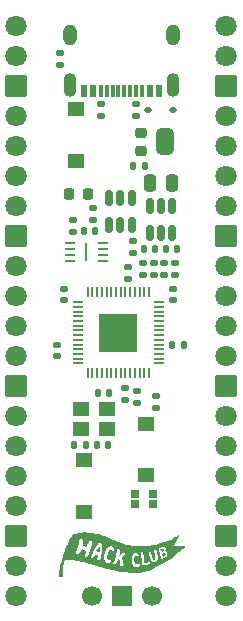
<source format=gbr>
%TF.GenerationSoftware,KiCad,Pcbnew,9.0.0*%
%TF.CreationDate,2025-03-27T00:22:41-04:00*%
%TF.ProjectId,orphkicad,6f727068-6b69-4636-9164-2e6b69636164,rev?*%
%TF.SameCoordinates,Original*%
%TF.FileFunction,Soldermask,Top*%
%TF.FilePolarity,Negative*%
%FSLAX46Y46*%
G04 Gerber Fmt 4.6, Leading zero omitted, Abs format (unit mm)*
G04 Created by KiCad (PCBNEW 9.0.0) date 2025-03-27 00:22:41*
%MOMM*%
%LPD*%
G01*
G04 APERTURE LIST*
G04 Aperture macros list*
%AMRoundRect*
0 Rectangle with rounded corners*
0 $1 Rounding radius*
0 $2 $3 $4 $5 $6 $7 $8 $9 X,Y pos of 4 corners*
0 Add a 4 corners polygon primitive as box body*
4,1,4,$2,$3,$4,$5,$6,$7,$8,$9,$2,$3,0*
0 Add four circle primitives for the rounded corners*
1,1,$1+$1,$2,$3*
1,1,$1+$1,$4,$5*
1,1,$1+$1,$6,$7*
1,1,$1+$1,$8,$9*
0 Add four rect primitives between the rounded corners*
20,1,$1+$1,$2,$3,$4,$5,0*
20,1,$1+$1,$4,$5,$6,$7,0*
20,1,$1+$1,$6,$7,$8,$9,0*
20,1,$1+$1,$8,$9,$2,$3,0*%
%AMFreePoly0*
4,1,23,0.500000,-0.750000,0.000000,-0.750000,0.000000,-0.745722,-0.065263,-0.745722,-0.191342,-0.711940,-0.304381,-0.646677,-0.396677,-0.554381,-0.461940,-0.441342,-0.495722,-0.315263,-0.495722,-0.250000,-0.500000,-0.250000,-0.500000,0.250000,-0.495722,0.250000,-0.495722,0.315263,-0.461940,0.441342,-0.396677,0.554381,-0.304381,0.646677,-0.191342,0.711940,-0.065263,0.745722,0.000000,0.745722,
0.000000,0.750000,0.500000,0.750000,0.500000,-0.750000,0.500000,-0.750000,$1*%
%AMFreePoly1*
4,1,23,0.000000,0.745722,0.065263,0.745722,0.191342,0.711940,0.304381,0.646677,0.396677,0.554381,0.461940,0.441342,0.495722,0.315263,0.495722,0.250000,0.500000,0.250000,0.500000,-0.250000,0.495722,-0.250000,0.495722,-0.315263,0.461940,-0.441342,0.396677,-0.554381,0.304381,-0.646677,0.191342,-0.711940,0.065263,-0.745722,0.000000,-0.745722,0.000000,-0.750000,-0.500000,-0.750000,
-0.500000,0.750000,0.000000,0.750000,0.000000,0.745722,0.000000,0.745722,$1*%
G04 Aperture macros list end*
%ADD10C,0.000000*%
%ADD11RoundRect,0.112500X0.187500X0.112500X-0.187500X0.112500X-0.187500X-0.112500X0.187500X-0.112500X0*%
%ADD12RoundRect,0.140000X-0.140000X-0.170000X0.140000X-0.170000X0.140000X0.170000X-0.140000X0.170000X0*%
%ADD13RoundRect,0.140000X0.170000X-0.140000X0.170000X0.140000X-0.170000X0.140000X-0.170000X-0.140000X0*%
%ADD14R,1.360000X1.230000*%
%ADD15RoundRect,0.140000X0.140000X0.170000X-0.140000X0.170000X-0.140000X-0.170000X0.140000X-0.170000X0*%
%ADD16FreePoly0,90.000000*%
%ADD17FreePoly1,90.000000*%
%ADD18RoundRect,0.150000X0.150000X-0.512500X0.150000X0.512500X-0.150000X0.512500X-0.150000X-0.512500X0*%
%ADD19C,1.700000*%
%ADD20R,1.700000X1.700000*%
%ADD21RoundRect,0.135000X0.185000X-0.135000X0.185000X0.135000X-0.185000X0.135000X-0.185000X-0.135000X0*%
%ADD22RoundRect,0.135000X-0.185000X0.135000X-0.185000X-0.135000X0.185000X-0.135000X0.185000X0.135000X0*%
%ADD23R,0.550000X1.100000*%
%ADD24R,0.300000X1.100000*%
%ADD25O,1.100000X2.000000*%
%ADD26O,1.200000X1.800000*%
%ADD27RoundRect,0.135000X-0.135000X-0.185000X0.135000X-0.185000X0.135000X0.185000X-0.135000X0.185000X0*%
%ADD28RoundRect,0.218750X-0.218750X-0.256250X0.218750X-0.256250X0.218750X0.256250X-0.218750X0.256250X0*%
%ADD29C,1.804000*%
%ADD30RoundRect,0.102000X-0.800000X-0.800000X0.800000X-0.800000X0.800000X0.800000X-0.800000X0.800000X0*%
%ADD31RoundRect,0.250000X0.250000X0.475000X-0.250000X0.475000X-0.250000X-0.475000X0.250000X-0.475000X0*%
%ADD32R,0.800000X0.650000*%
%ADD33RoundRect,0.150000X-0.150000X0.512500X-0.150000X-0.512500X0.150000X-0.512500X0.150000X0.512500X0*%
%ADD34RoundRect,0.218750X-0.256250X0.218750X-0.256250X-0.218750X0.256250X-0.218750X0.256250X0.218750X0*%
%ADD35RoundRect,0.062500X-0.387500X-0.062500X0.387500X-0.062500X0.387500X0.062500X-0.387500X0.062500X0*%
%ADD36R,0.200000X1.600000*%
%ADD37RoundRect,0.140000X-0.170000X0.140000X-0.170000X-0.140000X0.170000X-0.140000X0.170000X0.140000X0*%
%ADD38RoundRect,0.050000X-0.387500X-0.050000X0.387500X-0.050000X0.387500X0.050000X-0.387500X0.050000X0*%
%ADD39RoundRect,0.050000X-0.050000X-0.387500X0.050000X-0.387500X0.050000X0.387500X-0.050000X0.387500X0*%
%ADD40R,3.200000X3.200000*%
%ADD41R,1.400000X1.200000*%
G04 APERTURE END LIST*
D10*
G36*
X77533294Y-74906706D02*
G01*
X77586883Y-74907720D01*
X77819539Y-74922410D01*
X78075360Y-74953806D01*
X78212100Y-74976546D01*
X78354804Y-75004389D01*
X78503530Y-75037646D01*
X78658336Y-75076626D01*
X78819277Y-75121644D01*
X78986413Y-75173003D01*
X79159804Y-75231015D01*
X79339504Y-75295988D01*
X79525572Y-75368234D01*
X79718067Y-75448061D01*
X79917045Y-75535776D01*
X80122561Y-75631695D01*
X80347971Y-75732561D01*
X80573131Y-75819419D01*
X80797666Y-75892931D01*
X81021223Y-75953748D01*
X81243424Y-76002527D01*
X81463904Y-76039926D01*
X81682295Y-76066596D01*
X81898229Y-76083200D01*
X82111339Y-76090388D01*
X82321256Y-76088819D01*
X82527613Y-76079144D01*
X82730041Y-76062024D01*
X82928170Y-76038114D01*
X83121638Y-76008069D01*
X83310073Y-75972542D01*
X83493109Y-75932193D01*
X83841508Y-75839646D01*
X84163894Y-75735675D01*
X84457321Y-75625524D01*
X84718850Y-75514440D01*
X84945536Y-75407672D01*
X85134439Y-75310461D01*
X85387112Y-75165708D01*
X85388498Y-75164969D01*
X85389937Y-75164412D01*
X85391414Y-75164034D01*
X85392928Y-75163823D01*
X85394465Y-75163773D01*
X85396022Y-75163877D01*
X85397590Y-75164126D01*
X85399163Y-75164513D01*
X85400731Y-75165030D01*
X85402288Y-75165669D01*
X85403822Y-75166422D01*
X85405333Y-75167283D01*
X85406806Y-75168242D01*
X85408238Y-75169290D01*
X85409620Y-75170427D01*
X85410943Y-75171636D01*
X85412203Y-75172913D01*
X85413386Y-75174252D01*
X85414492Y-75175638D01*
X85415507Y-75177074D01*
X85416427Y-75178545D01*
X85417243Y-75180047D01*
X85417948Y-75181568D01*
X85418533Y-75183102D01*
X85418993Y-75184644D01*
X85419317Y-75186180D01*
X85419502Y-75187710D01*
X85419533Y-75189224D01*
X85419409Y-75190710D01*
X85419121Y-75192162D01*
X85418659Y-75193577D01*
X85418017Y-75194937D01*
X84980122Y-76047300D01*
X84979523Y-76048575D01*
X84979016Y-76049859D01*
X84978604Y-76051152D01*
X84978278Y-76052447D01*
X84978041Y-76053743D01*
X84977891Y-76055034D01*
X84977822Y-76056320D01*
X84977837Y-76057596D01*
X84977935Y-76058858D01*
X84978107Y-76060104D01*
X84978355Y-76061331D01*
X84978679Y-76062534D01*
X84979075Y-76063716D01*
X84979540Y-76064864D01*
X84980074Y-76065981D01*
X84980677Y-76067063D01*
X84981341Y-76068107D01*
X84982070Y-76069104D01*
X84982859Y-76070061D01*
X84983707Y-76070969D01*
X84984611Y-76071822D01*
X84985570Y-76072622D01*
X84986584Y-76073364D01*
X84987647Y-76074045D01*
X84988759Y-76074660D01*
X84989920Y-76075209D01*
X84991123Y-76075685D01*
X84992374Y-76076087D01*
X84993664Y-76076411D01*
X84994993Y-76076654D01*
X84996359Y-76076813D01*
X84997763Y-76076885D01*
X85351528Y-76079637D01*
X85632497Y-76079607D01*
X85953397Y-76077168D01*
X85955093Y-76077198D01*
X85956742Y-76077348D01*
X85958338Y-76077612D01*
X85959880Y-76077987D01*
X85961365Y-76078466D01*
X85962787Y-76079045D01*
X85964147Y-76079714D01*
X85965442Y-76080471D01*
X85966664Y-76081313D01*
X85967816Y-76082228D01*
X85968893Y-76083216D01*
X85969891Y-76084266D01*
X85970809Y-76085378D01*
X85971641Y-76086543D01*
X85972387Y-76087760D01*
X85973044Y-76089017D01*
X85973608Y-76090314D01*
X85974073Y-76091640D01*
X85974442Y-76092995D01*
X85974709Y-76094370D01*
X85974871Y-76095761D01*
X85974923Y-76097160D01*
X85974869Y-76098567D01*
X85974698Y-76099968D01*
X85974412Y-76101366D01*
X85974007Y-76102752D01*
X85973479Y-76104119D01*
X85972826Y-76105463D01*
X85972043Y-76106777D01*
X85971131Y-76108056D01*
X85970086Y-76109297D01*
X85968902Y-76110492D01*
X85776511Y-76286525D01*
X85441028Y-76575270D01*
X84988961Y-76934752D01*
X84727490Y-77127906D01*
X84446815Y-77323002D01*
X84150247Y-77514796D01*
X83841098Y-77698039D01*
X83522684Y-77867490D01*
X83198321Y-78017893D01*
X82871317Y-78144010D01*
X82707859Y-78196320D01*
X82544986Y-78240589D01*
X82383109Y-78276162D01*
X82222643Y-78302383D01*
X82064003Y-78318597D01*
X81907603Y-78324148D01*
X81582251Y-78319386D01*
X81274624Y-78305616D01*
X80983267Y-78283590D01*
X80706728Y-78254073D01*
X80443551Y-78217821D01*
X80192278Y-78175596D01*
X79951458Y-78128154D01*
X79719634Y-78076258D01*
X79495351Y-78020670D01*
X79277155Y-77962146D01*
X78853209Y-77839326D01*
X78436156Y-77713882D01*
X78014356Y-77591889D01*
X77855373Y-77549089D01*
X79848883Y-77549089D01*
X79849869Y-77561403D01*
X79852156Y-77572866D01*
X79855698Y-77583417D01*
X79860441Y-77592996D01*
X79866343Y-77601541D01*
X79873354Y-77608990D01*
X79881429Y-77615283D01*
X79890519Y-77620359D01*
X79900575Y-77624154D01*
X79911549Y-77626609D01*
X79923397Y-77627659D01*
X79936072Y-77627247D01*
X79949521Y-77625309D01*
X79963701Y-77621784D01*
X79978561Y-77616612D01*
X79994056Y-77609730D01*
X80010139Y-77601078D01*
X80026759Y-77590591D01*
X80043871Y-77578212D01*
X80061429Y-77563876D01*
X80079381Y-77547525D01*
X80097685Y-77529096D01*
X80116287Y-77508526D01*
X80135143Y-77485756D01*
X80154208Y-77460721D01*
X80173429Y-77433366D01*
X80182819Y-77419098D01*
X80192239Y-77402709D01*
X80201604Y-77384616D01*
X80210821Y-77365239D01*
X80219809Y-77344999D01*
X80228473Y-77324316D01*
X80244493Y-77283300D01*
X80258175Y-77245548D01*
X80268819Y-77214423D01*
X80278177Y-77185491D01*
X80367669Y-77174803D01*
X80409016Y-77365293D01*
X80441241Y-77527341D01*
X80454562Y-77602879D01*
X80463865Y-77666311D01*
X80466336Y-77679465D01*
X80470081Y-77692201D01*
X80475015Y-77704471D01*
X80481048Y-77716215D01*
X80488090Y-77727382D01*
X80496055Y-77737915D01*
X80504857Y-77747761D01*
X80514408Y-77756863D01*
X80524615Y-77765170D01*
X80535391Y-77772622D01*
X80546653Y-77779170D01*
X80558311Y-77784756D01*
X80570272Y-77789323D01*
X80582455Y-77792824D01*
X80594767Y-77795197D01*
X80607123Y-77796390D01*
X80619432Y-77796349D01*
X80631604Y-77795019D01*
X80643559Y-77792343D01*
X80655205Y-77788270D01*
X80666452Y-77782741D01*
X80677213Y-77775705D01*
X80687404Y-77767107D01*
X80696930Y-77756889D01*
X80705707Y-77745000D01*
X80713645Y-77731383D01*
X80720659Y-77715984D01*
X80726659Y-77698752D01*
X80731556Y-77679624D01*
X80735264Y-77658553D01*
X80737693Y-77635482D01*
X80738758Y-77610354D01*
X80734237Y-77572878D01*
X80727376Y-77532225D01*
X80718112Y-77488386D01*
X80706386Y-77441346D01*
X80692144Y-77391087D01*
X80675323Y-77337601D01*
X80655863Y-77280876D01*
X80633710Y-77220894D01*
X80627641Y-77204484D01*
X81438845Y-77204484D01*
X81439315Y-77253237D01*
X81440989Y-77289910D01*
X81443543Y-77325576D01*
X81446971Y-77360217D01*
X81451261Y-77393814D01*
X81456412Y-77426344D01*
X81462418Y-77457789D01*
X81469273Y-77488134D01*
X81476965Y-77517354D01*
X81485491Y-77545435D01*
X81494848Y-77572354D01*
X81505024Y-77598096D01*
X81516016Y-77622636D01*
X81527816Y-77645959D01*
X81540419Y-77668045D01*
X81553816Y-77688876D01*
X81568007Y-77708430D01*
X81582977Y-77726689D01*
X81598727Y-77743633D01*
X81615245Y-77759247D01*
X81632527Y-77773507D01*
X81650569Y-77786397D01*
X81669361Y-77797896D01*
X81688897Y-77807985D01*
X81709171Y-77816643D01*
X81730178Y-77823855D01*
X81751910Y-77829600D01*
X81774362Y-77833857D01*
X81797528Y-77836608D01*
X81821398Y-77837836D01*
X81845971Y-77837520D01*
X81871237Y-77835642D01*
X81897190Y-77832178D01*
X81922480Y-77827476D01*
X81945811Y-77821920D01*
X81967255Y-77815576D01*
X81986878Y-77808505D01*
X82004758Y-77800776D01*
X82020959Y-77792454D01*
X82035556Y-77783596D01*
X82048616Y-77774272D01*
X82060213Y-77764548D01*
X82070417Y-77754481D01*
X82079300Y-77744142D01*
X82086931Y-77733594D01*
X82093381Y-77722899D01*
X82098721Y-77712124D01*
X82103021Y-77701333D01*
X82106353Y-77690589D01*
X82108789Y-77679958D01*
X82110397Y-77669502D01*
X82111249Y-77659290D01*
X82111415Y-77649381D01*
X82110970Y-77639839D01*
X82109978Y-77630736D01*
X82108516Y-77622126D01*
X82106653Y-77614081D01*
X82104457Y-77606664D01*
X82102003Y-77599938D01*
X82099355Y-77593966D01*
X82096591Y-77588814D01*
X82093780Y-77584548D01*
X82090990Y-77581230D01*
X82088296Y-77578924D01*
X82085765Y-77577696D01*
X82082041Y-77576529D01*
X82078496Y-77575050D01*
X82071211Y-77571655D01*
X82067102Y-77569992D01*
X82062442Y-77568520D01*
X82057042Y-77567364D01*
X82050719Y-77566651D01*
X82043290Y-77566506D01*
X82034575Y-77567055D01*
X82024382Y-77568420D01*
X82012537Y-77570733D01*
X81998851Y-77574120D01*
X81983140Y-77578701D01*
X81965224Y-77584605D01*
X81944917Y-77591958D01*
X81934213Y-77595735D01*
X81923674Y-77598960D01*
X81913298Y-77601621D01*
X81903080Y-77603715D01*
X81893017Y-77605236D01*
X81883109Y-77606179D01*
X81873353Y-77606538D01*
X81863743Y-77606305D01*
X81854281Y-77605477D01*
X81844960Y-77604048D01*
X81835780Y-77602011D01*
X81826738Y-77599360D01*
X81817831Y-77596092D01*
X81809056Y-77592198D01*
X81800413Y-77587674D01*
X81791894Y-77582514D01*
X81783502Y-77576709D01*
X81775232Y-77570260D01*
X81767080Y-77563156D01*
X81759047Y-77555394D01*
X81751126Y-77546964D01*
X81743317Y-77537866D01*
X81735616Y-77528089D01*
X81728021Y-77517633D01*
X81720530Y-77506485D01*
X81713143Y-77494645D01*
X81698654Y-77468862D01*
X81684539Y-77440234D01*
X81670775Y-77408718D01*
X81662072Y-77385123D01*
X81654016Y-77359213D01*
X81646738Y-77331300D01*
X81640372Y-77301702D01*
X81635051Y-77270727D01*
X81630908Y-77238693D01*
X81628075Y-77205912D01*
X81626684Y-77172699D01*
X81626870Y-77139367D01*
X81628763Y-77106231D01*
X81632497Y-77073606D01*
X81638206Y-77041803D01*
X81646016Y-77011135D01*
X81656071Y-76981921D01*
X81661979Y-76967958D01*
X81668497Y-76954474D01*
X81675640Y-76941510D01*
X81683425Y-76929105D01*
X81685844Y-76925592D01*
X81688250Y-76922233D01*
X81690649Y-76919025D01*
X81693029Y-76915962D01*
X81697747Y-76910259D01*
X81702385Y-76905090D01*
X81706933Y-76900420D01*
X81711377Y-76896216D01*
X81715697Y-76892448D01*
X81719881Y-76889076D01*
X81723919Y-76886070D01*
X81727789Y-76883397D01*
X81731479Y-76881021D01*
X81734974Y-76878910D01*
X81741325Y-76875348D01*
X81746719Y-76872438D01*
X81751567Y-76869679D01*
X81756415Y-76867272D01*
X81761257Y-76865199D01*
X81766076Y-76863448D01*
X81770875Y-76861999D01*
X81775636Y-76860838D01*
X81780355Y-76859950D01*
X81785023Y-76859319D01*
X81789634Y-76858926D01*
X81794179Y-76858758D01*
X81798646Y-76858798D01*
X81803032Y-76859032D01*
X81807325Y-76859440D01*
X81811517Y-76860010D01*
X81815603Y-76860724D01*
X81819571Y-76861567D01*
X81823415Y-76862523D01*
X81827125Y-76863576D01*
X81834113Y-76865910D01*
X81840469Y-76868437D01*
X81846128Y-76871034D01*
X81851024Y-76873572D01*
X81855091Y-76875924D01*
X81858259Y-76877964D01*
X81860467Y-76879563D01*
X81873706Y-76888753D01*
X81886270Y-76896691D01*
X81898163Y-76903420D01*
X81909392Y-76908984D01*
X81919969Y-76913418D01*
X81929893Y-76916773D01*
X81939176Y-76919091D01*
X81947822Y-76920414D01*
X81955843Y-76920781D01*
X81963235Y-76920241D01*
X81970015Y-76918831D01*
X81976184Y-76916601D01*
X81981752Y-76913587D01*
X81986723Y-76909836D01*
X81991105Y-76905390D01*
X81994904Y-76900290D01*
X81998128Y-76894582D01*
X82000783Y-76888308D01*
X82002874Y-76881508D01*
X82004408Y-76874227D01*
X82005397Y-76866510D01*
X82005838Y-76858396D01*
X82005745Y-76849932D01*
X82005122Y-76841158D01*
X82003979Y-76832118D01*
X82002319Y-76822854D01*
X82000147Y-76813410D01*
X81997474Y-76803828D01*
X81994306Y-76794151D01*
X81990649Y-76784422D01*
X81986507Y-76774686D01*
X81981889Y-76764984D01*
X81970988Y-76750179D01*
X81959842Y-76736238D01*
X81949841Y-76724768D01*
X82213298Y-76724768D01*
X82214105Y-76754123D01*
X82215926Y-76785577D01*
X82222165Y-76853817D01*
X82231109Y-76927519D01*
X82241851Y-77004715D01*
X82265095Y-77161716D01*
X82275787Y-77237592D01*
X82284649Y-77309088D01*
X82305658Y-77507442D01*
X82309775Y-77542566D01*
X82314331Y-77576389D01*
X82319773Y-77611158D01*
X82326545Y-77649114D01*
X82329943Y-77658411D01*
X82336222Y-77666206D01*
X82345186Y-77672577D01*
X82356643Y-77677602D01*
X82370399Y-77681356D01*
X82386259Y-77683921D01*
X82404035Y-77685372D01*
X82423528Y-77685789D01*
X82466899Y-77683825D01*
X82514822Y-77678652D01*
X82565758Y-77670891D01*
X82618156Y-77661168D01*
X82721150Y-77638309D01*
X82811432Y-77615059D01*
X82876627Y-77596392D01*
X82904363Y-77587281D01*
X82907347Y-77585814D01*
X82911355Y-77584294D01*
X82921916Y-77580730D01*
X82928209Y-77578503D01*
X82934999Y-77575861D01*
X82942157Y-77572714D01*
X82949554Y-77568966D01*
X82957052Y-77564529D01*
X82960802Y-77562025D01*
X82964528Y-77559313D01*
X82968217Y-77556384D01*
X82971848Y-77553226D01*
X82975409Y-77549827D01*
X82978880Y-77546178D01*
X82982249Y-77542264D01*
X82985497Y-77538078D01*
X82988605Y-77533602D01*
X82991560Y-77528832D01*
X82994345Y-77523753D01*
X82996945Y-77518353D01*
X82999339Y-77512623D01*
X83001517Y-77506549D01*
X83003638Y-77500558D01*
X83004934Y-77494780D01*
X83005441Y-77489218D01*
X83005192Y-77483875D01*
X83004229Y-77478756D01*
X83002589Y-77473860D01*
X83000305Y-77469192D01*
X82997420Y-77464753D01*
X82993967Y-77460549D01*
X82989983Y-77456577D01*
X82985507Y-77452846D01*
X82980574Y-77449354D01*
X82975222Y-77446108D01*
X82969489Y-77443110D01*
X82957022Y-77437860D01*
X82943476Y-77433625D01*
X82929142Y-77430438D01*
X82914317Y-77428311D01*
X82899301Y-77427268D01*
X82884385Y-77427333D01*
X82869871Y-77428525D01*
X82856051Y-77430868D01*
X82843225Y-77434384D01*
X82811270Y-77443669D01*
X82767350Y-77454633D01*
X82715965Y-77465770D01*
X82661621Y-77475583D01*
X82634744Y-77479527D01*
X82608817Y-77482578D01*
X82584400Y-77484546D01*
X82562054Y-77485248D01*
X82542349Y-77484492D01*
X82533659Y-77483509D01*
X82525840Y-77482095D01*
X82518961Y-77480223D01*
X82513094Y-77477869D01*
X82508309Y-77475010D01*
X82504673Y-77471622D01*
X82499153Y-77459998D01*
X82494598Y-77440288D01*
X82490809Y-77413347D01*
X82487591Y-77380032D01*
X82476499Y-77200162D01*
X82469269Y-77094247D01*
X82458823Y-76986817D01*
X82451902Y-76934676D01*
X82443587Y-76884720D01*
X82433683Y-76837813D01*
X82421992Y-76794808D01*
X82419529Y-76780311D01*
X82416941Y-76766382D01*
X82414232Y-76753020D01*
X82411408Y-76740219D01*
X82408474Y-76727966D01*
X82405435Y-76716258D01*
X82402294Y-76705083D01*
X82399057Y-76694438D01*
X82395728Y-76684311D01*
X82392316Y-76674696D01*
X82388819Y-76665584D01*
X82385248Y-76656968D01*
X82381606Y-76648842D01*
X82377895Y-76641195D01*
X82374125Y-76634021D01*
X82370296Y-76627311D01*
X82366417Y-76621058D01*
X82362487Y-76615256D01*
X82358518Y-76609895D01*
X82354511Y-76604967D01*
X82350470Y-76600464D01*
X82346402Y-76596380D01*
X82342312Y-76592706D01*
X82338203Y-76589433D01*
X82334083Y-76586558D01*
X82329952Y-76584066D01*
X82325819Y-76581954D01*
X82321687Y-76580214D01*
X82317563Y-76578839D01*
X82313447Y-76577814D01*
X82309349Y-76577142D01*
X82305274Y-76576806D01*
X82305233Y-76576862D01*
X82300643Y-76576856D01*
X82296091Y-76577262D01*
X82291585Y-76578072D01*
X82287137Y-76579271D01*
X82282747Y-76580849D01*
X82278424Y-76582794D01*
X82274179Y-76585098D01*
X82270013Y-76587746D01*
X82265939Y-76590726D01*
X82261961Y-76594026D01*
X82254320Y-76601549D01*
X82247155Y-76610216D01*
X82240516Y-76619945D01*
X82234465Y-76630635D01*
X82229056Y-76642200D01*
X82224346Y-76654545D01*
X82220395Y-76667579D01*
X82217255Y-76681211D01*
X82214989Y-76695347D01*
X82213652Y-76709897D01*
X82213298Y-76724768D01*
X81949841Y-76724768D01*
X81948451Y-76723173D01*
X81936823Y-76710992D01*
X81924956Y-76699712D01*
X81912857Y-76689336D01*
X81900526Y-76679883D01*
X81887968Y-76671357D01*
X81875182Y-76663773D01*
X81862180Y-76657140D01*
X81848959Y-76651469D01*
X81835522Y-76646771D01*
X81821872Y-76643058D01*
X81808012Y-76640340D01*
X81793949Y-76638629D01*
X81779683Y-76637933D01*
X81779708Y-76637663D01*
X81768473Y-76637838D01*
X81757117Y-76638639D01*
X81745645Y-76640069D01*
X81734056Y-76642134D01*
X81722350Y-76644840D01*
X81710533Y-76648194D01*
X81698600Y-76652201D01*
X81686558Y-76656864D01*
X81674407Y-76662192D01*
X81662144Y-76668191D01*
X81649777Y-76674864D01*
X81637306Y-76682219D01*
X81624728Y-76690260D01*
X81612049Y-76698996D01*
X81599267Y-76708430D01*
X81586387Y-76718568D01*
X81569116Y-76737066D01*
X81552710Y-76757496D01*
X81537217Y-76779872D01*
X81522680Y-76804201D01*
X81509144Y-76830508D01*
X81496657Y-76858794D01*
X81485260Y-76889070D01*
X81475001Y-76921356D01*
X81465925Y-76955658D01*
X81458077Y-76991986D01*
X81451504Y-77030358D01*
X81446248Y-77070781D01*
X81442357Y-77113269D01*
X81439873Y-77157834D01*
X81438845Y-77204484D01*
X80627641Y-77204484D01*
X80626687Y-77201904D01*
X80618649Y-77182101D01*
X80608255Y-77158924D01*
X80602332Y-77146890D01*
X80596003Y-77134995D01*
X80589336Y-77123568D01*
X80582389Y-77112937D01*
X80575225Y-77103429D01*
X80571583Y-77099199D01*
X80567908Y-77095374D01*
X80564211Y-77091990D01*
X80560498Y-77089093D01*
X80556778Y-77086725D01*
X80553058Y-77084923D01*
X80597413Y-77039544D01*
X80643433Y-76990735D01*
X80696992Y-76931562D01*
X80751808Y-76867302D01*
X80777726Y-76834914D01*
X80801605Y-76803235D01*
X80822660Y-76772930D01*
X80840108Y-76744650D01*
X80853163Y-76719057D01*
X80857799Y-76707477D01*
X80861041Y-76696815D01*
X80865352Y-76675992D01*
X80867671Y-76656312D01*
X80867875Y-76638114D01*
X80867137Y-76629675D01*
X80865823Y-76621736D01*
X80863915Y-76614333D01*
X80861393Y-76607513D01*
X80858242Y-76601313D01*
X80854448Y-76595778D01*
X80849993Y-76590954D01*
X80844860Y-76586876D01*
X80839036Y-76583592D01*
X80832499Y-76581140D01*
X80825237Y-76579565D01*
X80817233Y-76578906D01*
X80808469Y-76579209D01*
X80798929Y-76580516D01*
X80788600Y-76582866D01*
X80777461Y-76586301D01*
X80765495Y-76590867D01*
X80752693Y-76596602D01*
X80739031Y-76603550D01*
X80724494Y-76611756D01*
X80709070Y-76621254D01*
X80692739Y-76632095D01*
X80675485Y-76644318D01*
X80657291Y-76657962D01*
X80638141Y-76673070D01*
X80618026Y-76689690D01*
X80597979Y-76706718D01*
X80579041Y-76723017D01*
X80561179Y-76738602D01*
X80544364Y-76753482D01*
X80528563Y-76767674D01*
X80513746Y-76781187D01*
X80499883Y-76794030D01*
X80486943Y-76806223D01*
X80474893Y-76817776D01*
X80463705Y-76828698D01*
X80453344Y-76839004D01*
X80443783Y-76848706D01*
X80434990Y-76857811D01*
X80426932Y-76866342D01*
X80419582Y-76874302D01*
X80412906Y-76881705D01*
X80401456Y-76894896D01*
X80392333Y-76906008D01*
X80385292Y-76915146D01*
X80380087Y-76922400D01*
X80376469Y-76927870D01*
X80374192Y-76931658D01*
X80372665Y-76934569D01*
X80380746Y-76895268D01*
X80388919Y-76851247D01*
X80398134Y-76795519D01*
X80407105Y-76731492D01*
X80414553Y-76662561D01*
X80417302Y-76627323D01*
X80419189Y-76592136D01*
X80419729Y-76570344D01*
X82865696Y-76570344D01*
X82865756Y-76580135D01*
X82866505Y-76590198D01*
X82871956Y-76630938D01*
X82879807Y-76673520D01*
X82890623Y-76720904D01*
X82904983Y-76776036D01*
X82946582Y-76921356D01*
X83009158Y-77133093D01*
X83019386Y-77162170D01*
X83030648Y-77189182D01*
X83042860Y-77214210D01*
X83055943Y-77237320D01*
X83069810Y-77258590D01*
X83084386Y-77278090D01*
X83099581Y-77295895D01*
X83115319Y-77312080D01*
X83131513Y-77326716D01*
X83148082Y-77339875D01*
X83164946Y-77351632D01*
X83182022Y-77362062D01*
X83199227Y-77371234D01*
X83216479Y-77379225D01*
X83233696Y-77386105D01*
X83250797Y-77391954D01*
X83267696Y-77396838D01*
X83284315Y-77400831D01*
X83316380Y-77406447D01*
X83346334Y-77409384D01*
X83373517Y-77410228D01*
X83397269Y-77409568D01*
X83416939Y-77407989D01*
X83441396Y-77404420D01*
X83453806Y-77401098D01*
X83465603Y-77397213D01*
X83476805Y-77392789D01*
X83487428Y-77387853D01*
X83497496Y-77382421D01*
X83507027Y-77376525D01*
X83516041Y-77370180D01*
X83524555Y-77363415D01*
X83532592Y-77356251D01*
X83540170Y-77348712D01*
X83547308Y-77340819D01*
X83554027Y-77332597D01*
X83566285Y-77315265D01*
X83577103Y-77296894D01*
X83586632Y-77277676D01*
X83595034Y-77257795D01*
X83602465Y-77237439D01*
X83609083Y-77216796D01*
X83620496Y-77175382D01*
X83630537Y-77135052D01*
X83634722Y-77112171D01*
X83637115Y-77085081D01*
X83637836Y-77054245D01*
X83637007Y-77020135D01*
X83634752Y-76983210D01*
X83631196Y-76943935D01*
X83620669Y-76860198D01*
X83606405Y-76772643D01*
X83589394Y-76684982D01*
X83570617Y-76600935D01*
X83551057Y-76524221D01*
X83544178Y-76506570D01*
X83536816Y-76489922D01*
X83529017Y-76474293D01*
X83520835Y-76459704D01*
X83512316Y-76446174D01*
X83507947Y-76439814D01*
X83503508Y-76433724D01*
X83499011Y-76427910D01*
X83494460Y-76422372D01*
X83489863Y-76417116D01*
X83485223Y-76412141D01*
X83480546Y-76407450D01*
X83475841Y-76403046D01*
X83471113Y-76398932D01*
X83466367Y-76395111D01*
X83461610Y-76391583D01*
X83456846Y-76388354D01*
X83452085Y-76385423D01*
X83447330Y-76382795D01*
X83442590Y-76380468D01*
X83437868Y-76378452D01*
X83433170Y-76376742D01*
X83428507Y-76375344D01*
X83423879Y-76374264D01*
X83419295Y-76373499D01*
X83414759Y-76373052D01*
X83410282Y-76372928D01*
X83410289Y-76373310D01*
X83403446Y-76373738D01*
X83396779Y-76374960D01*
X83390306Y-76376988D01*
X83384054Y-76379826D01*
X83378042Y-76383488D01*
X83372293Y-76387980D01*
X83366831Y-76393310D01*
X83361679Y-76399491D01*
X83356861Y-76406526D01*
X83352395Y-76414434D01*
X83348309Y-76423217D01*
X83344622Y-76432883D01*
X83341358Y-76443444D01*
X83338543Y-76454910D01*
X83336194Y-76467290D01*
X83334337Y-76480590D01*
X83334406Y-76490142D01*
X83335060Y-76500132D01*
X83336258Y-76510560D01*
X83337952Y-76521431D01*
X83342656Y-76544516D01*
X83348821Y-76569419D01*
X83364103Y-76624778D01*
X83372510Y-76655292D01*
X83380955Y-76687734D01*
X83392789Y-76759338D01*
X83404039Y-76833070D01*
X83413615Y-76906774D01*
X83417435Y-76942935D01*
X83420425Y-76978275D01*
X83422456Y-77012520D01*
X83423383Y-77045398D01*
X83423078Y-77076642D01*
X83421403Y-77105980D01*
X83418212Y-77133138D01*
X83413382Y-77157846D01*
X83406772Y-77179833D01*
X83402755Y-77189721D01*
X83398243Y-77198826D01*
X83394067Y-77204344D01*
X83389621Y-77209435D01*
X83384929Y-77214103D01*
X83380007Y-77218356D01*
X83374870Y-77222193D01*
X83369539Y-77225616D01*
X83364028Y-77228634D01*
X83358355Y-77231247D01*
X83352541Y-77233458D01*
X83346601Y-77235270D01*
X83340550Y-77236686D01*
X83334409Y-77237710D01*
X83328196Y-77238348D01*
X83321923Y-77238598D01*
X83315615Y-77238468D01*
X83309282Y-77237958D01*
X83302949Y-77237071D01*
X83296627Y-77235816D01*
X83290336Y-77234191D01*
X83284093Y-77232199D01*
X83277917Y-77229846D01*
X83271824Y-77227135D01*
X83265830Y-77224068D01*
X83259956Y-77220648D01*
X83254219Y-77216880D01*
X83248634Y-77212764D01*
X83243219Y-77208309D01*
X83237995Y-77203512D01*
X83232973Y-77198382D01*
X83228176Y-77192916D01*
X83223617Y-77187123D01*
X83219317Y-77181003D01*
X83204393Y-77147452D01*
X83189993Y-77109333D01*
X83176094Y-77067429D01*
X83162677Y-77022511D01*
X83137193Y-76926762D01*
X83113361Y-76828299D01*
X83091001Y-76733352D01*
X83069935Y-76648128D01*
X83059831Y-76611108D01*
X83049983Y-76578852D01*
X83040368Y-76552143D01*
X83030965Y-76531752D01*
X83024711Y-76521326D01*
X83018221Y-76511951D01*
X83011525Y-76503599D01*
X83004655Y-76496243D01*
X82997639Y-76489860D01*
X82990514Y-76484424D01*
X82983305Y-76479906D01*
X82976047Y-76476284D01*
X82968767Y-76473528D01*
X82961497Y-76471616D01*
X82954268Y-76470522D01*
X82947112Y-76470215D01*
X82940059Y-76470674D01*
X82933138Y-76471872D01*
X82926380Y-76473782D01*
X82919821Y-76476378D01*
X82913485Y-76479636D01*
X82907407Y-76483530D01*
X82901617Y-76488030D01*
X82896145Y-76493118D01*
X82891019Y-76498760D01*
X82886275Y-76504932D01*
X82881944Y-76511610D01*
X82878052Y-76518771D01*
X82874632Y-76526384D01*
X82871717Y-76534425D01*
X82869334Y-76542866D01*
X82867517Y-76551686D01*
X82866295Y-76560854D01*
X82865696Y-76570344D01*
X80419729Y-76570344D01*
X80420050Y-76557426D01*
X80419726Y-76523621D01*
X80420644Y-76511621D01*
X80420944Y-76499775D01*
X80420655Y-76488104D01*
X80419795Y-76476617D01*
X80418391Y-76465328D01*
X80416461Y-76454256D01*
X80414034Y-76443414D01*
X80411125Y-76432818D01*
X80407765Y-76422486D01*
X80403973Y-76412424D01*
X80399770Y-76402658D01*
X80395182Y-76393197D01*
X80390229Y-76384055D01*
X80384935Y-76375248D01*
X80379327Y-76366794D01*
X80373421Y-76358708D01*
X80367244Y-76350999D01*
X80360817Y-76343687D01*
X80354164Y-76336787D01*
X80351313Y-76334094D01*
X83701375Y-76334094D01*
X83701465Y-76338266D01*
X83702140Y-76346468D01*
X83703304Y-76354502D01*
X83704744Y-76362384D01*
X83707595Y-76377768D01*
X83811995Y-76719555D01*
X83884331Y-76966372D01*
X83908573Y-77056143D01*
X83915590Y-77086039D01*
X83918395Y-77103442D01*
X83919005Y-77106016D01*
X83920088Y-77108425D01*
X83921629Y-77110674D01*
X83923615Y-77112763D01*
X83926025Y-77114689D01*
X83928845Y-77116456D01*
X83935651Y-77119512D01*
X83943899Y-77121936D01*
X83953460Y-77123740D01*
X83964203Y-77124919D01*
X83976001Y-77125492D01*
X83988719Y-77125458D01*
X84002230Y-77124822D01*
X84016402Y-77123598D01*
X84031105Y-77121783D01*
X84046210Y-77119387D01*
X84061583Y-77116417D01*
X84077099Y-77112883D01*
X84092624Y-77108784D01*
X84137257Y-77092917D01*
X84179173Y-77075937D01*
X84218320Y-77057899D01*
X84236839Y-77048505D01*
X84254641Y-77038870D01*
X84271723Y-77029002D01*
X84288079Y-77018910D01*
X84303698Y-77008599D01*
X84318574Y-76998079D01*
X84332701Y-76987359D01*
X84346072Y-76976442D01*
X84358681Y-76965340D01*
X84370516Y-76954062D01*
X84381572Y-76942608D01*
X84391847Y-76930993D01*
X84401329Y-76919221D01*
X84410009Y-76907304D01*
X84417886Y-76895247D01*
X84424946Y-76883056D01*
X84431186Y-76870741D01*
X84436601Y-76858309D01*
X84441179Y-76845768D01*
X84444916Y-76833124D01*
X84447803Y-76820389D01*
X84449834Y-76807566D01*
X84451003Y-76794666D01*
X84451301Y-76781694D01*
X84450721Y-76768665D01*
X84449255Y-76755575D01*
X84444758Y-76729748D01*
X84438943Y-76704785D01*
X84435556Y-76692654D01*
X84431854Y-76680774D01*
X84427847Y-76669155D01*
X84423535Y-76657811D01*
X84418927Y-76646750D01*
X84414026Y-76635989D01*
X84408841Y-76625534D01*
X84403375Y-76615398D01*
X84397633Y-76605599D01*
X84391619Y-76596138D01*
X84385342Y-76587036D01*
X84378805Y-76578300D01*
X84372013Y-76569939D01*
X84364975Y-76561974D01*
X84357691Y-76554408D01*
X84350170Y-76547255D01*
X84342415Y-76540526D01*
X84334435Y-76534236D01*
X84326231Y-76528392D01*
X84317812Y-76523012D01*
X84309181Y-76518101D01*
X84300344Y-76513671D01*
X84291307Y-76509740D01*
X84282076Y-76506314D01*
X84272653Y-76503408D01*
X84263047Y-76501031D01*
X84253261Y-76499195D01*
X84243302Y-76497912D01*
X84248639Y-76486692D01*
X84254516Y-76473543D01*
X84261826Y-76456143D01*
X84270041Y-76435077D01*
X84278633Y-76410924D01*
X84287069Y-76384274D01*
X84291065Y-76370190D01*
X84294823Y-76355703D01*
X84296227Y-76347222D01*
X84297301Y-76338668D01*
X84298057Y-76330061D01*
X84298498Y-76321410D01*
X84298634Y-76312737D01*
X84298466Y-76304052D01*
X84298007Y-76295370D01*
X84297259Y-76286706D01*
X84294920Y-76269494D01*
X84291511Y-76252533D01*
X84287077Y-76235943D01*
X84281669Y-76219845D01*
X84275338Y-76204355D01*
X84268136Y-76189590D01*
X84260114Y-76175672D01*
X84255814Y-76169067D01*
X84251327Y-76162716D01*
X84246661Y-76156640D01*
X84241819Y-76150845D01*
X84236813Y-76145354D01*
X84231646Y-76140177D01*
X84226325Y-76135331D01*
X84220858Y-76130829D01*
X84215249Y-76126686D01*
X84209504Y-76122918D01*
X84199495Y-76119753D01*
X84189307Y-76116954D01*
X84178939Y-76114538D01*
X84168388Y-76112514D01*
X84157657Y-76110900D01*
X84146732Y-76109712D01*
X84135619Y-76108958D01*
X84124309Y-76108658D01*
X84124294Y-76108683D01*
X84106966Y-76109079D01*
X84089185Y-76110461D01*
X84070945Y-76112825D01*
X84052234Y-76116170D01*
X84033044Y-76120494D01*
X84013364Y-76125789D01*
X83993186Y-76132056D01*
X83972498Y-76139292D01*
X83951293Y-76147493D01*
X83929561Y-76156656D01*
X83907289Y-76166775D01*
X83884472Y-76177850D01*
X83861096Y-76189877D01*
X83837156Y-76202855D01*
X83812639Y-76216776D01*
X83787538Y-76231641D01*
X83777755Y-76237325D01*
X83768710Y-76242914D01*
X83760374Y-76248407D01*
X83752721Y-76253813D01*
X83745727Y-76259130D01*
X83739364Y-76264359D01*
X83733604Y-76269507D01*
X83728420Y-76274574D01*
X83723786Y-76279562D01*
X83719678Y-76284474D01*
X83716066Y-76289310D01*
X83712922Y-76294074D01*
X83710222Y-76298769D01*
X83707940Y-76303398D01*
X83706049Y-76307960D01*
X83704517Y-76312458D01*
X83703322Y-76316898D01*
X83702438Y-76321280D01*
X83701838Y-76325604D01*
X83701493Y-76329876D01*
X83701375Y-76334094D01*
X80351313Y-76334094D01*
X80347308Y-76330314D01*
X80340271Y-76324280D01*
X80333074Y-76318701D01*
X80325744Y-76313594D01*
X80318299Y-76308975D01*
X80310769Y-76304856D01*
X80303169Y-76301252D01*
X80295528Y-76298180D01*
X80287863Y-76295654D01*
X80280202Y-76293690D01*
X80272566Y-76292301D01*
X80264977Y-76291505D01*
X80257458Y-76291314D01*
X80257417Y-76291640D01*
X80250661Y-76292028D01*
X80244001Y-76292940D01*
X80237452Y-76294382D01*
X80231034Y-76296371D01*
X80224759Y-76298915D01*
X80218647Y-76302024D01*
X80212717Y-76305713D01*
X80209824Y-76307778D01*
X80206983Y-76309992D01*
X80204196Y-76312356D01*
X80201463Y-76314872D01*
X80198791Y-76317540D01*
X80196177Y-76320366D01*
X80193625Y-76323345D01*
X80191138Y-76326483D01*
X80186365Y-76333236D01*
X80181876Y-76340639D01*
X80177686Y-76348697D01*
X80173813Y-76357427D01*
X80170273Y-76366836D01*
X80159485Y-76405020D01*
X80151618Y-76443690D01*
X80146087Y-76483088D01*
X80142312Y-76523451D01*
X80133058Y-76699269D01*
X80129287Y-76747998D01*
X80123763Y-76799109D01*
X80115901Y-76852843D01*
X80105121Y-76909435D01*
X80090835Y-76969120D01*
X80072461Y-77032137D01*
X80049411Y-77098720D01*
X80021106Y-77169109D01*
X80013045Y-77187646D01*
X80003850Y-77207697D01*
X79982886Y-77250993D01*
X79959885Y-77296344D01*
X79936521Y-77341086D01*
X79872934Y-77460816D01*
X79865119Y-77476935D01*
X79858891Y-77492574D01*
X79854201Y-77507670D01*
X79851001Y-77522163D01*
X79849243Y-77535990D01*
X79848883Y-77549089D01*
X77855373Y-77549089D01*
X77628187Y-77487931D01*
X77285959Y-77402463D01*
X77128852Y-77366700D01*
X76979767Y-77335606D01*
X76837720Y-77309197D01*
X76701724Y-77287485D01*
X76570789Y-77270487D01*
X76443930Y-77258220D01*
X76320159Y-77250696D01*
X76198489Y-77247931D01*
X76077933Y-77249941D01*
X75957507Y-77256744D01*
X75836220Y-77268352D01*
X75713086Y-77284779D01*
X75688218Y-77415696D01*
X75666757Y-77544063D01*
X75648457Y-77669134D01*
X75633067Y-77790165D01*
X75620340Y-77906412D01*
X75610026Y-78017130D01*
X75601875Y-78121575D01*
X75595639Y-78219000D01*
X75587917Y-78389826D01*
X75584868Y-78523644D01*
X75584818Y-78656452D01*
X75283167Y-78656452D01*
X75284854Y-78586554D01*
X75294436Y-78451764D01*
X75314064Y-78261232D01*
X75345880Y-78024117D01*
X75392043Y-77749570D01*
X75454699Y-77446747D01*
X75492880Y-77287594D01*
X75535993Y-77124802D01*
X75584307Y-76959522D01*
X75638085Y-76792890D01*
X75696288Y-76626930D01*
X75703420Y-76607786D01*
X76730194Y-76607786D01*
X76731309Y-76633452D01*
X76734717Y-76656146D01*
X76740258Y-76675958D01*
X76747767Y-76692980D01*
X76757080Y-76707303D01*
X76768033Y-76719012D01*
X76780468Y-76728203D01*
X76794217Y-76734963D01*
X76809121Y-76739385D01*
X76825015Y-76741557D01*
X76841733Y-76741572D01*
X76859115Y-76739520D01*
X76876999Y-76735490D01*
X76895221Y-76729572D01*
X76913617Y-76721859D01*
X76932024Y-76712439D01*
X76950282Y-76701404D01*
X76968223Y-76688843D01*
X76985686Y-76674849D01*
X77002509Y-76659506D01*
X77018530Y-76642914D01*
X77033583Y-76625157D01*
X77047506Y-76606326D01*
X77060137Y-76586513D01*
X77071312Y-76565808D01*
X77119855Y-76472825D01*
X77162596Y-76389482D01*
X77204604Y-76306404D01*
X77552514Y-76439696D01*
X77534928Y-76535264D01*
X77516794Y-76628634D01*
X77495862Y-76729200D01*
X77486850Y-76759956D01*
X77480221Y-76788510D01*
X77475861Y-76814898D01*
X77473645Y-76839150D01*
X77473456Y-76861294D01*
X77475171Y-76881366D01*
X77478669Y-76899391D01*
X77483832Y-76915407D01*
X77490537Y-76929441D01*
X77498664Y-76941522D01*
X77508091Y-76951686D01*
X77518704Y-76959963D01*
X77530374Y-76966383D01*
X77542986Y-76970976D01*
X77556414Y-76973778D01*
X77570544Y-76974816D01*
X77585251Y-76974120D01*
X77600416Y-76971727D01*
X77602497Y-76971181D01*
X77994117Y-76971181D01*
X77994184Y-76985688D01*
X77995677Y-76999405D01*
X77998551Y-77012226D01*
X78002749Y-77024040D01*
X78008221Y-77034739D01*
X78014919Y-77044219D01*
X78022783Y-77052370D01*
X78031765Y-77059080D01*
X78041815Y-77064249D01*
X78052876Y-77067762D01*
X78064900Y-77069514D01*
X78077833Y-77069394D01*
X78091624Y-77067298D01*
X78106219Y-77063116D01*
X78121567Y-77056740D01*
X78137616Y-77048061D01*
X78154315Y-77036971D01*
X78171607Y-77023366D01*
X78189448Y-77007132D01*
X78207780Y-76988166D01*
X78226554Y-76966356D01*
X78245713Y-76941598D01*
X78265209Y-76913778D01*
X78284992Y-76882792D01*
X78305005Y-76848534D01*
X78325200Y-76810891D01*
X78600298Y-76841536D01*
X78575403Y-76915980D01*
X78550332Y-76994226D01*
X78522226Y-77086650D01*
X78515506Y-77105952D01*
X78510433Y-77124220D01*
X78506938Y-77141446D01*
X78504949Y-77157619D01*
X78504397Y-77172727D01*
X78505209Y-77186763D01*
X78507319Y-77199711D01*
X78510655Y-77211564D01*
X78515142Y-77222310D01*
X78520714Y-77231935D01*
X78527301Y-77240436D01*
X78534832Y-77247798D01*
X78543235Y-77254009D01*
X78552439Y-77259060D01*
X78562378Y-77262942D01*
X78572977Y-77265640D01*
X78584169Y-77267148D01*
X78595881Y-77267451D01*
X78608043Y-77266539D01*
X78620586Y-77264404D01*
X78633438Y-77261035D01*
X78646530Y-77256420D01*
X78659790Y-77250547D01*
X78673147Y-77243409D01*
X78686533Y-77234992D01*
X78699879Y-77225289D01*
X78713110Y-77214283D01*
X78726159Y-77201970D01*
X78738954Y-77188335D01*
X78751423Y-77173368D01*
X78763500Y-77157063D01*
X78775110Y-77139400D01*
X78783510Y-77121505D01*
X78795055Y-77088306D01*
X78823858Y-76985664D01*
X79094689Y-76985664D01*
X79095571Y-77029057D01*
X79098273Y-77073774D01*
X79103124Y-77119192D01*
X79110447Y-77164693D01*
X79120579Y-77209663D01*
X79133845Y-77253477D01*
X79150573Y-77295520D01*
X79159378Y-77314710D01*
X79168879Y-77332701D01*
X79179021Y-77349534D01*
X79189747Y-77365249D01*
X79201003Y-77379885D01*
X79212732Y-77393481D01*
X79224880Y-77406079D01*
X79237387Y-77417716D01*
X79250202Y-77428432D01*
X79263267Y-77438268D01*
X79276527Y-77447262D01*
X79289926Y-77455455D01*
X79303410Y-77462886D01*
X79316920Y-77469594D01*
X79330399Y-77475621D01*
X79343800Y-77481006D01*
X79370121Y-77490004D01*
X79395439Y-77496906D01*
X79419307Y-77502030D01*
X79441282Y-77505694D01*
X79477761Y-77509906D01*
X79501311Y-77512084D01*
X79523583Y-77504832D01*
X79543975Y-77497098D01*
X79562551Y-77488924D01*
X79579387Y-77480359D01*
X79594549Y-77471448D01*
X79608103Y-77462235D01*
X79620121Y-77452768D01*
X79630671Y-77443089D01*
X79639819Y-77433249D01*
X79647637Y-77423290D01*
X79654192Y-77413261D01*
X79659553Y-77403207D01*
X79663789Y-77393170D01*
X79666971Y-77383200D01*
X79669162Y-77373340D01*
X79670437Y-77363637D01*
X79670860Y-77354136D01*
X79670502Y-77344887D01*
X79669429Y-77335930D01*
X79667715Y-77327316D01*
X79665423Y-77319085D01*
X79662628Y-77311288D01*
X79659391Y-77303967D01*
X79655785Y-77297170D01*
X79651879Y-77290942D01*
X79647745Y-77285328D01*
X79643443Y-77280378D01*
X79639048Y-77276131D01*
X79634626Y-77272639D01*
X79630251Y-77269942D01*
X79625985Y-77268093D01*
X79621899Y-77267133D01*
X79600825Y-77266542D01*
X79578343Y-77266228D01*
X79554841Y-77265388D01*
X79542829Y-77264520D01*
X79530708Y-77263216D01*
X79518525Y-77261377D01*
X79506331Y-77258904D01*
X79494177Y-77255695D01*
X79482106Y-77251648D01*
X79470169Y-77246665D01*
X79464267Y-77243790D01*
X79458418Y-77240643D01*
X79452625Y-77237211D01*
X79446897Y-77233482D01*
X79441240Y-77229444D01*
X79435657Y-77225082D01*
X79426606Y-77217150D01*
X79418223Y-77208531D01*
X79410490Y-77199264D01*
X79403386Y-77189389D01*
X79396894Y-77178948D01*
X79390987Y-77167977D01*
X79385644Y-77156520D01*
X79380847Y-77144616D01*
X79372812Y-77119624D01*
X79366705Y-77093323D01*
X79362361Y-77066035D01*
X79359616Y-77038081D01*
X79358301Y-77009781D01*
X79358248Y-76981458D01*
X79359289Y-76953427D01*
X79361257Y-76926015D01*
X79363987Y-76899540D01*
X79367311Y-76874323D01*
X79375069Y-76828945D01*
X79397191Y-76752087D01*
X79410438Y-76709574D01*
X79425148Y-76665594D01*
X79441336Y-76621083D01*
X79459006Y-76576985D01*
X79478167Y-76534236D01*
X79498825Y-76493778D01*
X79509721Y-76474704D01*
X79520995Y-76456550D01*
X79532646Y-76439441D01*
X79544677Y-76423491D01*
X79557088Y-76408818D01*
X79569883Y-76395540D01*
X79583059Y-76383777D01*
X79596619Y-76373640D01*
X79610566Y-76365252D01*
X79624897Y-76358726D01*
X79639615Y-76354185D01*
X79654720Y-76351743D01*
X79670217Y-76351517D01*
X79686102Y-76353626D01*
X79702377Y-76358184D01*
X79719043Y-76365315D01*
X79729071Y-76377662D01*
X79738902Y-76388870D01*
X79748539Y-76398974D01*
X79757970Y-76408014D01*
X79767195Y-76416029D01*
X79776211Y-76423056D01*
X79785010Y-76429133D01*
X79793589Y-76434297D01*
X79801945Y-76438590D01*
X79810071Y-76442048D01*
X79817962Y-76444709D01*
X79825618Y-76446611D01*
X79833031Y-76447791D01*
X79840197Y-76448292D01*
X79847113Y-76448148D01*
X79853773Y-76447398D01*
X79860171Y-76446080D01*
X79866307Y-76444233D01*
X79872175Y-76441895D01*
X79877769Y-76439105D01*
X79883083Y-76435901D01*
X79888119Y-76432319D01*
X79892865Y-76428398D01*
X79897321Y-76424178D01*
X79901484Y-76419695D01*
X79905343Y-76414991D01*
X79908901Y-76410098D01*
X79912147Y-76405061D01*
X79915084Y-76399913D01*
X79917702Y-76394694D01*
X79919995Y-76389444D01*
X79921966Y-76384199D01*
X79924834Y-76374990D01*
X79927123Y-76365191D01*
X79928820Y-76354853D01*
X79929912Y-76344039D01*
X79930389Y-76332812D01*
X79930239Y-76321226D01*
X79929454Y-76309338D01*
X79928017Y-76297214D01*
X79925923Y-76284909D01*
X79923157Y-76272485D01*
X79919707Y-76259997D01*
X79915560Y-76247507D01*
X79910707Y-76235075D01*
X79905141Y-76222757D01*
X79898842Y-76210614D01*
X79891806Y-76198707D01*
X79884016Y-76187094D01*
X79875465Y-76175832D01*
X79866136Y-76164983D01*
X79856025Y-76154603D01*
X79845117Y-76144754D01*
X79833399Y-76135496D01*
X79820860Y-76126884D01*
X79807491Y-76118982D01*
X79793281Y-76111847D01*
X79778212Y-76105536D01*
X79762281Y-76100115D01*
X79745475Y-76095635D01*
X79727778Y-76092158D01*
X79709181Y-76089744D01*
X79689675Y-76088454D01*
X79669243Y-76088346D01*
X79669251Y-76088808D01*
X79663645Y-76088888D01*
X79657963Y-76089114D01*
X79652218Y-76089465D01*
X79646407Y-76089923D01*
X79634593Y-76091063D01*
X79622544Y-76092371D01*
X79587862Y-76094514D01*
X79554607Y-76100280D01*
X79522755Y-76109421D01*
X79492288Y-76121699D01*
X79463184Y-76136870D01*
X79435417Y-76154691D01*
X79408969Y-76174925D01*
X79383825Y-76197324D01*
X79359952Y-76221650D01*
X79337338Y-76247661D01*
X79315957Y-76275114D01*
X79295788Y-76303770D01*
X79276812Y-76333383D01*
X79259005Y-76363715D01*
X79226818Y-76425561D01*
X79199056Y-76487376D01*
X79175548Y-76547226D01*
X79156126Y-76603173D01*
X79140616Y-76653287D01*
X79120657Y-76728270D01*
X79114306Y-76756704D01*
X79106046Y-76810179D01*
X79099668Y-76869601D01*
X79095297Y-76944210D01*
X79094689Y-76985664D01*
X78823858Y-76985664D01*
X78824808Y-76982274D01*
X78858811Y-76833876D01*
X78891516Y-76655675D01*
X78905646Y-76559319D01*
X78917365Y-76460226D01*
X78925983Y-76359966D01*
X78930805Y-76260104D01*
X78931135Y-76162215D01*
X78926281Y-76067870D01*
X78915550Y-75978639D01*
X78898246Y-75896090D01*
X78891769Y-75884123D01*
X78885082Y-75872213D01*
X78878215Y-75860451D01*
X78871198Y-75848928D01*
X78864067Y-75837743D01*
X78856857Y-75826985D01*
X78849595Y-75816744D01*
X78842316Y-75807120D01*
X78835053Y-75798198D01*
X78827836Y-75790079D01*
X78820702Y-75782849D01*
X78817173Y-75779597D01*
X78813679Y-75776604D01*
X78810220Y-75773880D01*
X78806803Y-75771437D01*
X78803427Y-75769286D01*
X78800101Y-75767441D01*
X78796828Y-75765909D01*
X78793615Y-75764706D01*
X78790458Y-75763842D01*
X78787366Y-75763329D01*
X78783805Y-75762966D01*
X78780205Y-75762660D01*
X78776565Y-75762413D01*
X78772890Y-75762230D01*
X78769183Y-75762120D01*
X78765441Y-75762084D01*
X78761673Y-75762126D01*
X78757879Y-75762255D01*
X78757866Y-75762404D01*
X78744307Y-75763385D01*
X78730411Y-75765390D01*
X78716211Y-75768528D01*
X78701746Y-75772905D01*
X78687055Y-75778626D01*
X78672178Y-75785805D01*
X78657151Y-75794544D01*
X78642013Y-75804954D01*
X78626806Y-75817140D01*
X78611563Y-75831210D01*
X78596323Y-75847271D01*
X78581128Y-75865434D01*
X78566016Y-75885803D01*
X78551020Y-75908486D01*
X78536185Y-75933591D01*
X78521545Y-75961227D01*
X78410535Y-76172871D01*
X78274128Y-76425701D01*
X78137713Y-76674395D01*
X78026689Y-76873621D01*
X78017077Y-76890594D01*
X78009205Y-76907425D01*
X78003027Y-76924008D01*
X77998489Y-76940233D01*
X77995536Y-76955994D01*
X77994117Y-76971181D01*
X77602497Y-76971181D01*
X77615919Y-76967662D01*
X77631639Y-76961962D01*
X77647455Y-76954654D01*
X77663245Y-76945768D01*
X77678892Y-76935340D01*
X77694274Y-76923400D01*
X77709267Y-76909975D01*
X77723755Y-76895101D01*
X77737615Y-76878807D01*
X77750728Y-76861123D01*
X77762973Y-76842084D01*
X77774229Y-76821718D01*
X77784375Y-76800058D01*
X77793292Y-76777139D01*
X77925286Y-76358808D01*
X77967679Y-76216476D01*
X78007365Y-76074615D01*
X78041109Y-75941012D01*
X78065679Y-75823448D01*
X78071833Y-75806400D01*
X78076105Y-75789530D01*
X78078583Y-75772911D01*
X78079354Y-75756635D01*
X78078508Y-75740774D01*
X78076129Y-75725414D01*
X78072307Y-75710637D01*
X78067129Y-75696528D01*
X78060685Y-75683162D01*
X78053058Y-75670622D01*
X78044337Y-75658992D01*
X78034612Y-75648354D01*
X78023970Y-75638787D01*
X78012498Y-75630372D01*
X78000283Y-75623198D01*
X77987409Y-75617336D01*
X77973973Y-75612875D01*
X77960055Y-75609894D01*
X77945745Y-75608472D01*
X77931130Y-75608696D01*
X77916301Y-75610644D01*
X77901339Y-75614399D01*
X77886337Y-75620045D01*
X77871384Y-75627657D01*
X77856559Y-75637322D01*
X77841958Y-75649121D01*
X77827666Y-75663132D01*
X77813770Y-75679440D01*
X77800359Y-75698127D01*
X77787520Y-75719274D01*
X77775337Y-75742961D01*
X77763904Y-75769271D01*
X77751685Y-75791049D01*
X77738754Y-75815321D01*
X77711577Y-75869181D01*
X77684035Y-75926556D01*
X77657785Y-75983141D01*
X77615787Y-76076745D01*
X77598841Y-76115591D01*
X77454819Y-76060790D01*
X77401687Y-76039886D01*
X77355088Y-76020861D01*
X77321713Y-76006098D01*
X77312077Y-76001057D01*
X77308257Y-75997974D01*
X77307337Y-75995102D01*
X77306677Y-75991968D01*
X77306071Y-75984954D01*
X77306316Y-75977007D01*
X77307298Y-75968202D01*
X77308896Y-75958614D01*
X77310997Y-75948318D01*
X77316232Y-75925896D01*
X77322067Y-75901536D01*
X77327562Y-75875838D01*
X77329885Y-75862674D01*
X77331775Y-75849396D01*
X77333113Y-75836084D01*
X77333775Y-75822810D01*
X77332603Y-75797553D01*
X77330940Y-75773270D01*
X77328804Y-75749946D01*
X77326212Y-75727566D01*
X77323183Y-75706124D01*
X77319730Y-75685604D01*
X77315875Y-75665996D01*
X77311635Y-75647285D01*
X77307024Y-75629460D01*
X77302059Y-75612510D01*
X77296759Y-75596421D01*
X77291143Y-75581183D01*
X77285226Y-75566781D01*
X77279025Y-75553206D01*
X77272557Y-75540443D01*
X77265841Y-75528482D01*
X77258893Y-75517308D01*
X77251729Y-75506916D01*
X77244369Y-75497283D01*
X77236828Y-75488405D01*
X77229126Y-75480264D01*
X77221275Y-75472854D01*
X77213298Y-75466158D01*
X77205207Y-75460167D01*
X77197021Y-75454868D01*
X77188762Y-75450249D01*
X77180442Y-75446295D01*
X77172078Y-75442997D01*
X77163688Y-75440340D01*
X77155291Y-75438317D01*
X77146903Y-75436911D01*
X77138542Y-75436110D01*
X77138557Y-75436164D01*
X77132082Y-75436011D01*
X77125641Y-75436214D01*
X77119243Y-75436769D01*
X77112895Y-75437670D01*
X77106606Y-75438911D01*
X77100384Y-75440486D01*
X77094235Y-75442391D01*
X77088172Y-75444620D01*
X77082199Y-75447167D01*
X77076324Y-75450026D01*
X77070559Y-75453195D01*
X77064907Y-75456665D01*
X77059380Y-75460431D01*
X77053984Y-75464490D01*
X77048730Y-75468831D01*
X77043622Y-75473454D01*
X77038672Y-75478350D01*
X77033886Y-75483519D01*
X77029272Y-75488949D01*
X77024838Y-75494637D01*
X77020593Y-75500579D01*
X77016547Y-75506766D01*
X77012706Y-75513197D01*
X77009077Y-75519864D01*
X77005669Y-75526760D01*
X77002492Y-75533882D01*
X76999555Y-75541224D01*
X76996860Y-75548781D01*
X76994419Y-75556545D01*
X76992241Y-75564513D01*
X76990333Y-75572682D01*
X76988704Y-75581039D01*
X76963213Y-75716007D01*
X76946013Y-75797988D01*
X76925337Y-75889110D01*
X76900810Y-75988994D01*
X76872051Y-76097246D01*
X76838679Y-76213479D01*
X76800319Y-76337307D01*
X76780810Y-76386311D01*
X76764738Y-76431710D01*
X76751935Y-76473591D01*
X76742244Y-76512050D01*
X76735498Y-76547175D01*
X76731537Y-76579056D01*
X76730194Y-76607786D01*
X75703420Y-76607786D01*
X75757144Y-76463591D01*
X75819838Y-76303935D01*
X75883551Y-76149030D01*
X75947466Y-75999936D01*
X76010766Y-75857723D01*
X76072633Y-75723450D01*
X76132249Y-75598182D01*
X76241460Y-75378918D01*
X76331851Y-75208439D01*
X76396882Y-75095261D01*
X76417845Y-75062816D01*
X76430017Y-75047889D01*
X76431001Y-75046842D01*
X76433941Y-75044130D01*
X76436137Y-75042348D01*
X76438807Y-75040389D01*
X76441957Y-75038333D01*
X76445574Y-75036261D01*
X76449661Y-75034248D01*
X76454212Y-75032381D01*
X76459225Y-75030734D01*
X76464697Y-75029390D01*
X76467601Y-75028857D01*
X76470621Y-75028430D01*
X76473753Y-75028118D01*
X76476997Y-75027930D01*
X76480351Y-75027879D01*
X76483819Y-75027974D01*
X76487397Y-75028224D01*
X76491085Y-75028638D01*
X76493994Y-75029097D01*
X76496713Y-75029703D01*
X76499256Y-75030452D01*
X76501618Y-75031337D01*
X76503810Y-75032352D01*
X76505833Y-75033495D01*
X76507693Y-75034758D01*
X76509394Y-75036137D01*
X76510941Y-75037625D01*
X76512337Y-75039221D01*
X76513587Y-75040913D01*
X76514697Y-75042701D01*
X76515667Y-75044577D01*
X76516504Y-75046539D01*
X76517215Y-75048576D01*
X76517800Y-75050688D01*
X76518265Y-75052871D01*
X76518613Y-75055110D01*
X76518985Y-75059765D01*
X76518945Y-75064602D01*
X76518534Y-75069585D01*
X76517779Y-75074670D01*
X76516720Y-75079817D01*
X76515391Y-75084978D01*
X76513825Y-75090117D01*
X76569990Y-75064194D01*
X76640442Y-75036005D01*
X76725489Y-75007122D01*
X76825447Y-74979110D01*
X76881118Y-74965925D01*
X76940634Y-74953548D01*
X77004034Y-74942175D01*
X77071357Y-74932007D01*
X77142645Y-74923232D01*
X77217936Y-74916054D01*
X77297268Y-74910669D01*
X77380681Y-74907270D01*
X77380699Y-74906955D01*
X77430213Y-74906394D01*
X77481075Y-74906288D01*
X77533294Y-74906706D01*
G37*
G36*
X78704917Y-76115562D02*
G01*
X78705705Y-76115646D01*
X78706479Y-76115781D01*
X78706440Y-76115862D01*
X78711840Y-76118063D01*
X78716527Y-76122504D01*
X78720535Y-76129040D01*
X78723906Y-76137513D01*
X78726669Y-76147776D01*
X78728857Y-76159674D01*
X78731671Y-76187772D01*
X78732627Y-76220598D01*
X78732010Y-76256934D01*
X78730105Y-76295571D01*
X78727194Y-76335293D01*
X78719494Y-76413134D01*
X78711181Y-76480757D01*
X78701803Y-76546503D01*
X78430603Y-76500170D01*
X78692401Y-76119342D01*
X78693396Y-76118783D01*
X78694372Y-76118265D01*
X78695334Y-76117788D01*
X78696279Y-76117358D01*
X78697209Y-76116969D01*
X78698125Y-76116629D01*
X78699024Y-76116330D01*
X78699907Y-76116078D01*
X78700777Y-76115873D01*
X78701632Y-76115714D01*
X78702475Y-76115604D01*
X78703303Y-76115540D01*
X78704116Y-76115526D01*
X78704917Y-76115562D01*
G37*
G36*
X84074678Y-76291344D02*
G01*
X84082141Y-76292040D01*
X84085765Y-76292571D01*
X84089311Y-76293231D01*
X84092780Y-76294022D01*
X84096169Y-76294949D01*
X84099475Y-76296009D01*
X84102700Y-76297214D01*
X84105835Y-76298562D01*
X84108883Y-76300058D01*
X84111845Y-76301705D01*
X84114712Y-76303505D01*
X84117484Y-76305465D01*
X84120161Y-76307583D01*
X84122740Y-76309868D01*
X84125218Y-76312320D01*
X84127594Y-76314942D01*
X84129865Y-76317738D01*
X84132031Y-76320713D01*
X84134087Y-76323870D01*
X84136033Y-76327209D01*
X84137869Y-76330737D01*
X84139586Y-76334456D01*
X84141191Y-76338368D01*
X84142675Y-76342479D01*
X84144038Y-76346790D01*
X84145279Y-76351305D01*
X84146395Y-76356029D01*
X84148117Y-76366967D01*
X84148487Y-76377722D01*
X84147593Y-76388283D01*
X84145514Y-76398641D01*
X84142339Y-76408782D01*
X84138154Y-76418697D01*
X84133040Y-76428377D01*
X84127087Y-76437807D01*
X84120374Y-76446981D01*
X84112993Y-76455882D01*
X84105025Y-76464506D01*
X84096556Y-76472838D01*
X84087668Y-76480872D01*
X84078451Y-76488588D01*
X84059365Y-76503045D01*
X84039974Y-76516125D01*
X84020959Y-76527741D01*
X84003005Y-76537803D01*
X83986787Y-76546233D01*
X83962291Y-76557833D01*
X83952916Y-76561851D01*
X83862424Y-76349937D01*
X83965099Y-76313208D01*
X83990066Y-76305273D01*
X84002257Y-76301786D01*
X84014209Y-76298694D01*
X84025885Y-76296045D01*
X84037255Y-76293897D01*
X84048281Y-76292304D01*
X84058933Y-76291314D01*
X84058933Y-76291341D01*
X84066938Y-76291119D01*
X84074678Y-76291344D01*
G37*
G36*
X84197158Y-76650891D02*
G01*
X84205813Y-76651878D01*
X84214309Y-76653408D01*
X84218491Y-76654385D01*
X84222622Y-76655508D01*
X84226702Y-76656780D01*
X84230725Y-76658205D01*
X84234691Y-76659788D01*
X84238597Y-76661534D01*
X84242437Y-76663442D01*
X84246208Y-76665519D01*
X84249907Y-76667771D01*
X84253537Y-76670196D01*
X84257086Y-76672803D01*
X84260555Y-76675590D01*
X84263944Y-76678566D01*
X84267247Y-76681734D01*
X84270457Y-76685096D01*
X84273575Y-76688657D01*
X84276599Y-76692420D01*
X84279523Y-76696386D01*
X84282349Y-76700564D01*
X84285067Y-76704954D01*
X84287675Y-76709562D01*
X84290177Y-76714392D01*
X84292562Y-76719446D01*
X84294832Y-76724726D01*
X84300133Y-76740123D01*
X84303280Y-76754919D01*
X84304405Y-76769124D01*
X84303638Y-76782747D01*
X84301111Y-76795806D01*
X84296953Y-76808304D01*
X84291295Y-76820259D01*
X84284264Y-76831675D01*
X84275996Y-76842570D01*
X84266617Y-76852948D01*
X84256259Y-76862823D01*
X84245053Y-76872207D01*
X84233128Y-76881108D01*
X84220615Y-76889538D01*
X84194345Y-76905030D01*
X84167291Y-76918767D01*
X84140491Y-76930837D01*
X84091837Y-76950322D01*
X84056722Y-76964181D01*
X84046852Y-76969215D01*
X84044294Y-76971297D01*
X84043495Y-76973101D01*
X83983975Y-76724726D01*
X84001705Y-76713366D01*
X84021799Y-76701684D01*
X84047543Y-76688238D01*
X84062104Y-76681380D01*
X84077557Y-76674710D01*
X84093736Y-76668438D01*
X84110467Y-76662777D01*
X84127573Y-76657934D01*
X84144887Y-76654118D01*
X84162235Y-76651542D01*
X84179444Y-76650414D01*
X84179467Y-76650414D01*
X84188365Y-76650411D01*
X84197158Y-76650891D01*
G37*
%TO.C,JP1*%
G36*
X83475000Y-41950000D02*
G01*
X84975000Y-41950000D01*
X84975000Y-41650000D01*
X83475000Y-41650000D01*
X83475000Y-41950000D01*
G37*
%TD*%
D11*
%TO.C,D1*%
X84900000Y-39150000D03*
X82800000Y-39150000D03*
%TD*%
D12*
%TO.C,C1*%
X84870000Y-59000000D03*
X85830000Y-59000000D03*
%TD*%
D13*
%TO.C,C6*%
X75675000Y-55255000D03*
X75675000Y-54295000D03*
%TD*%
D14*
%TO.C,SW1*%
X76675000Y-39065000D03*
X76675000Y-43435000D03*
%TD*%
D15*
%TO.C,C16*%
X85260000Y-50900000D03*
X84300000Y-50900000D03*
%TD*%
D16*
%TO.C,JP1*%
X84225000Y-42450000D03*
D17*
X84225000Y-41150000D03*
%TD*%
D18*
%TO.C,U4*%
X82950000Y-49525000D03*
X83900000Y-49525000D03*
X84850000Y-49525000D03*
X84850000Y-47250000D03*
X83900000Y-47250000D03*
X82950000Y-47250000D03*
%TD*%
D19*
%TO.C,REF\u002A\u002A*%
X78060000Y-80250000D03*
D20*
X80600000Y-80250000D03*
D19*
X83140000Y-80250000D03*
%TD*%
D21*
%TO.C,R2*%
X75375000Y-35370000D03*
X75375000Y-34350000D03*
%TD*%
D13*
%TO.C,C4*%
X85125000Y-53080000D03*
X85125000Y-52120000D03*
%TD*%
D22*
%TO.C,R5*%
X81775000Y-38630000D03*
X81775000Y-39650000D03*
%TD*%
D13*
%TO.C,C7*%
X84200000Y-53080000D03*
X84200000Y-52120000D03*
%TD*%
D22*
%TO.C,R4*%
X81575000Y-50230000D03*
X81575000Y-51250000D03*
%TD*%
D23*
%TO.C,J1*%
X83760000Y-37550000D03*
X82960000Y-37550000D03*
D24*
X81810000Y-37550000D03*
X80810000Y-37550000D03*
X80310000Y-37550000D03*
X79310000Y-37550000D03*
D23*
X77360000Y-37550000D03*
X78160000Y-37550000D03*
D24*
X78810000Y-37550000D03*
X79810000Y-37550000D03*
X81310000Y-37550000D03*
X82310000Y-37550000D03*
D25*
X84885000Y-37000000D03*
D26*
X84885000Y-32800000D03*
D25*
X76235000Y-37000000D03*
D26*
X76235000Y-32800000D03*
%TD*%
D13*
%TO.C,C2*%
X84900000Y-55255000D03*
X84900000Y-54295000D03*
%TD*%
D21*
%TO.C,R10*%
X83500000Y-64370000D03*
X83500000Y-63350000D03*
%TD*%
D27*
%TO.C,R7*%
X76555000Y-67500000D03*
X77575000Y-67500000D03*
%TD*%
D12*
%TO.C,C10*%
X78465000Y-67475000D03*
X79425000Y-67475000D03*
%TD*%
D14*
%TO.C,SW3*%
X77350000Y-68815000D03*
X77350000Y-73185000D03*
%TD*%
D28*
%TO.C,D3*%
X76150000Y-46250000D03*
X77725000Y-46250000D03*
%TD*%
D29*
%TO.C,H2*%
X89450000Y-31990000D03*
X89450000Y-34530000D03*
D30*
X89450000Y-37070000D03*
D29*
X89450000Y-39610000D03*
X89450000Y-42150000D03*
X89450000Y-44690000D03*
X89450000Y-47230000D03*
D30*
X89450000Y-49770000D03*
D29*
X89450000Y-52310000D03*
X89450000Y-54850000D03*
X89450000Y-57390000D03*
X89450000Y-59930000D03*
D30*
X89450000Y-62470000D03*
D29*
X89450000Y-65010000D03*
X89450000Y-67550000D03*
X89450000Y-70090000D03*
X89450000Y-72630000D03*
D30*
X89450000Y-75170000D03*
D29*
X89450000Y-77710000D03*
X89450000Y-80250000D03*
%TD*%
D21*
%TO.C,R9*%
X78175000Y-48435000D03*
X78175000Y-47415000D03*
%TD*%
D15*
%TO.C,C8*%
X78310000Y-49410000D03*
X77350000Y-49410000D03*
%TD*%
D14*
%TO.C,SW2*%
X82625000Y-70060000D03*
X82625000Y-65690000D03*
%TD*%
D31*
%TO.C,C12*%
X84850000Y-45350000D03*
X82950000Y-45350000D03*
%TD*%
D29*
%TO.C,H1*%
X71670000Y-31990000D03*
X71670000Y-34530000D03*
D30*
X71670000Y-37070000D03*
D29*
X71670000Y-39610000D03*
X71670000Y-42150000D03*
X71670000Y-44690000D03*
X71670000Y-47230000D03*
D30*
X71670000Y-49770000D03*
D29*
X71670000Y-52310000D03*
X71670000Y-54850000D03*
X71670000Y-57390000D03*
X71670000Y-59930000D03*
D30*
X71670000Y-62470000D03*
D29*
X71670000Y-65010000D03*
X71670000Y-67550000D03*
X71670000Y-70090000D03*
X71670000Y-72630000D03*
D30*
X71670000Y-75170000D03*
D29*
X71670000Y-77710000D03*
X71670000Y-80250000D03*
%TD*%
D32*
%TO.C,D4*%
X83202000Y-72525000D03*
X81702000Y-72525000D03*
X83202000Y-71625000D03*
X81702000Y-71625000D03*
%TD*%
D22*
%TO.C,R3*%
X81100000Y-52390000D03*
X81100000Y-53410000D03*
%TD*%
%TO.C,R1*%
X76425000Y-48440000D03*
X76425000Y-49460000D03*
%TD*%
D33*
%TO.C,U3*%
X81425000Y-46625000D03*
X80475000Y-46625000D03*
X79525000Y-46625000D03*
X79525000Y-48900000D03*
X80475000Y-48900000D03*
X81425000Y-48900000D03*
%TD*%
D34*
%TO.C,D2*%
X82225000Y-41075000D03*
X82225000Y-42650000D03*
%TD*%
D35*
%TO.C,U2*%
X76175000Y-50400000D03*
X76175000Y-50900000D03*
X76175000Y-51400000D03*
X76175000Y-51900000D03*
X79025000Y-51900000D03*
X79025000Y-51400000D03*
X79025000Y-50900000D03*
X79025000Y-50400000D03*
D36*
X77600000Y-51150000D03*
%TD*%
D22*
%TO.C,R6*%
X78825000Y-38615000D03*
X78825000Y-39635000D03*
%TD*%
D27*
%TO.C,R8*%
X81505000Y-43850000D03*
X82525000Y-43850000D03*
%TD*%
D12*
%TO.C,C9*%
X78545000Y-63125000D03*
X79505000Y-63125000D03*
%TD*%
D37*
%TO.C,C3*%
X75100000Y-59045000D03*
X75100000Y-60005000D03*
%TD*%
D38*
%TO.C,U1*%
X76862500Y-55400000D03*
X76862500Y-55800000D03*
X76862500Y-56200000D03*
X76862500Y-56600000D03*
X76862500Y-57000000D03*
X76862500Y-57400000D03*
X76862500Y-57800000D03*
X76862500Y-58200000D03*
X76862500Y-58600000D03*
X76862500Y-59000000D03*
X76862500Y-59400000D03*
X76862500Y-59800000D03*
X76862500Y-60200000D03*
X76862500Y-60600000D03*
D39*
X77700000Y-61437500D03*
X78100000Y-61437500D03*
X78500000Y-61437500D03*
X78900000Y-61437500D03*
X79300000Y-61437500D03*
X79700000Y-61437500D03*
X80100000Y-61437500D03*
X80500000Y-61437500D03*
X80900000Y-61437500D03*
X81300000Y-61437500D03*
X81700000Y-61437500D03*
X82100000Y-61437500D03*
X82500000Y-61437500D03*
X82900000Y-61437500D03*
D38*
X83737500Y-60600000D03*
X83737500Y-60200000D03*
X83737500Y-59800000D03*
X83737500Y-59400000D03*
X83737500Y-59000000D03*
X83737500Y-58600000D03*
X83737500Y-58200000D03*
X83737500Y-57800000D03*
X83737500Y-57400000D03*
X83737500Y-57000000D03*
X83737500Y-56600000D03*
X83737500Y-56200000D03*
X83737500Y-55800000D03*
X83737500Y-55400000D03*
D39*
X82900000Y-54562500D03*
X82500000Y-54562500D03*
X82100000Y-54562500D03*
X81700000Y-54562500D03*
X81300000Y-54562500D03*
X80900000Y-54562500D03*
X80500000Y-54562500D03*
X80100000Y-54562500D03*
X79700000Y-54562500D03*
X79300000Y-54562500D03*
X78900000Y-54562500D03*
X78500000Y-54562500D03*
X78100000Y-54562500D03*
X77700000Y-54562500D03*
D40*
X80300000Y-58000000D03*
%TD*%
D37*
%TO.C,C14*%
X81850000Y-62950000D03*
X81850000Y-63910000D03*
%TD*%
D13*
%TO.C,C11*%
X83275000Y-53080000D03*
X83275000Y-52120000D03*
%TD*%
D41*
%TO.C,X1*%
X77125000Y-66150000D03*
X79325000Y-66150000D03*
X79325000Y-64450000D03*
X77125000Y-64450000D03*
%TD*%
D15*
%TO.C,C15*%
X83435000Y-50900000D03*
X82475000Y-50900000D03*
%TD*%
D37*
%TO.C,C5*%
X80850000Y-62715000D03*
X80850000Y-63675000D03*
%TD*%
D13*
%TO.C,C13*%
X82350000Y-53080000D03*
X82350000Y-52120000D03*
%TD*%
M02*

</source>
